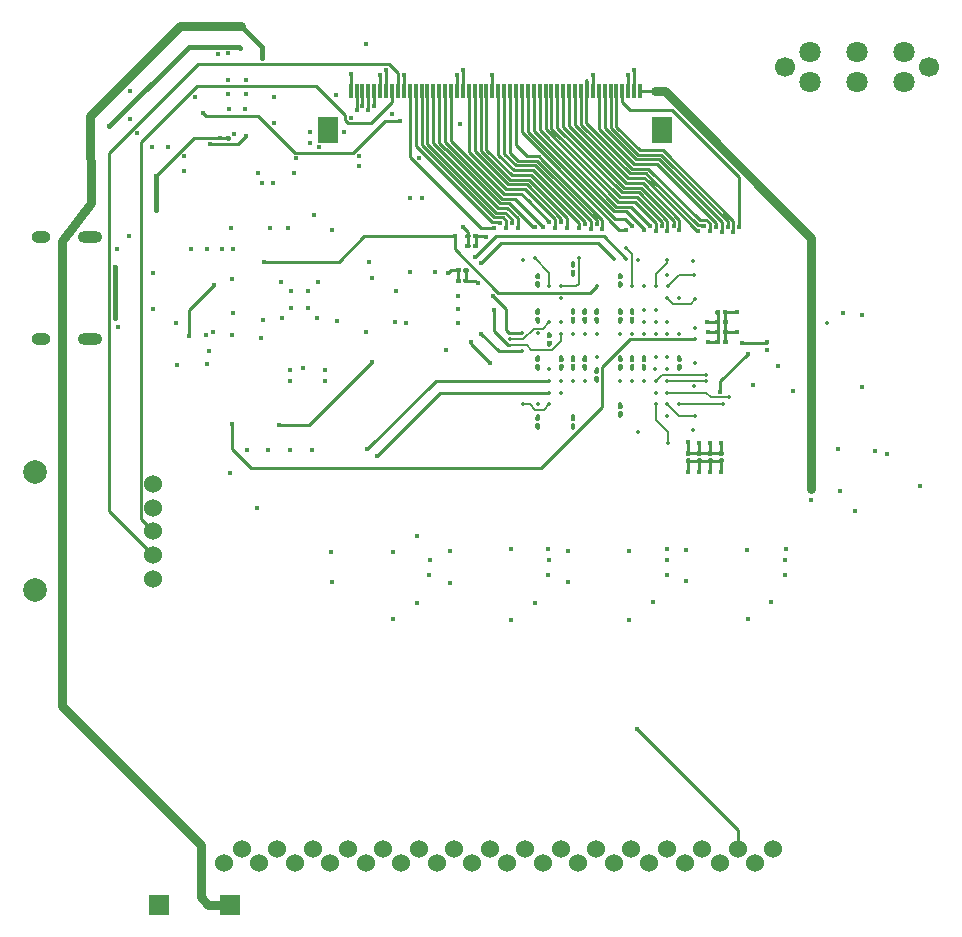
<source format=gbr>
%TF.GenerationSoftware,KiCad,Pcbnew,(5.1.10-1-10_14)*%
%TF.CreationDate,2021-07-06T18:46:16+02:00*%
%TF.ProjectId,gb-fpga,67622d66-7067-4612-9e6b-696361645f70,rev?*%
%TF.SameCoordinates,Original*%
%TF.FileFunction,Copper,L4,Bot*%
%TF.FilePolarity,Positive*%
%FSLAX46Y46*%
G04 Gerber Fmt 4.6, Leading zero omitted, Abs format (unit mm)*
G04 Created by KiCad (PCBNEW (5.1.10-1-10_14)) date 2021-07-06 18:46:16*
%MOMM*%
%LPD*%
G01*
G04 APERTURE LIST*
%TA.AperFunction,ComponentPad*%
%ADD10C,2.000000*%
%TD*%
%TA.AperFunction,ComponentPad*%
%ADD11C,1.524000*%
%TD*%
%TA.AperFunction,ComponentPad*%
%ADD12C,1.800000*%
%TD*%
%TA.AperFunction,ComponentPad*%
%ADD13C,1.700000*%
%TD*%
%TA.AperFunction,ComponentPad*%
%ADD14O,2.100000X1.000000*%
%TD*%
%TA.AperFunction,ComponentPad*%
%ADD15O,1.600000X1.000000*%
%TD*%
%TA.AperFunction,ComponentPad*%
%ADD16R,1.700000X1.700000*%
%TD*%
%TA.AperFunction,SMDPad,CuDef*%
%ADD17R,1.800000X2.200000*%
%TD*%
%TA.AperFunction,SMDPad,CuDef*%
%ADD18R,0.300000X1.300000*%
%TD*%
%TA.AperFunction,ViaPad*%
%ADD19C,0.450000*%
%TD*%
%TA.AperFunction,ViaPad*%
%ADD20C,0.350000*%
%TD*%
%TA.AperFunction,Conductor*%
%ADD21C,0.250000*%
%TD*%
%TA.AperFunction,Conductor*%
%ADD22C,0.150000*%
%TD*%
%TA.AperFunction,Conductor*%
%ADD23C,0.400000*%
%TD*%
%TA.AperFunction,Conductor*%
%ADD24C,0.800000*%
%TD*%
G04 APERTURE END LIST*
D10*
%TO.P,RV1,5*%
%TO.N,GND*%
X1500000Y39600000D03*
X1500000Y29600000D03*
D11*
%TO.P,RV1,1*%
%TO.N,Net-(C49-Pad1)*%
X11500000Y38600000D03*
%TO.P,RV1,2*%
%TO.N,Net-(C48-Pad1)*%
X11500000Y36600000D03*
%TO.P,RV1,3*%
%TO.N,Net-(J5-Pad43)*%
X11500000Y34600000D03*
%TO.P,RV1,4*%
%TO.N,Net-(J5-Pad42)*%
X11500000Y32600000D03*
%TO.P,RV1,5*%
%TO.N,GND*%
X11500000Y30600000D03*
%TD*%
D12*
%TO.P,SW1,3*%
%TO.N,VOUT*%
X75100000Y72650000D03*
X75100000Y75150000D03*
%TO.P,SW1,2*%
%TO.N,Net-(C11-Pad1)*%
X71100000Y72650000D03*
X71100000Y75150000D03*
%TO.P,SW1,1*%
%TO.N,Net-(SW1-Pad1)*%
X67100000Y72650000D03*
X67100000Y75150000D03*
D13*
%TO.P,SW1,4*%
%TO.N,GND*%
X77200000Y73900000D03*
X65000000Y73900000D03*
%TD*%
D11*
%TO.P,J2,32*%
%TO.N,GND*%
X64025000Y7700000D03*
%TO.P,J2,30*%
%TO.N,Net-(J2-Pad30)*%
X61025000Y7700000D03*
%TO.P,J2,28*%
%TO.N,Net-(J2-Pad28)*%
X58025000Y7700000D03*
%TO.P,J2,26*%
%TO.N,Net-(J2-Pad26)*%
X55025000Y7700000D03*
%TO.P,J2,24*%
%TO.N,Net-(J2-Pad24)*%
X52025000Y7700000D03*
%TO.P,J2,22*%
%TO.N,Net-(J2-Pad22)*%
X49025000Y7700000D03*
%TO.P,J2,20*%
%TO.N,Net-(J2-Pad20)*%
X46025000Y7700000D03*
%TO.P,J2,18*%
%TO.N,Net-(J2-Pad18)*%
X43025000Y7700000D03*
%TO.P,J2,16*%
%TO.N,Net-(J2-Pad16)*%
X40025000Y7700000D03*
%TO.P,J2,14*%
%TO.N,Net-(J2-Pad14)*%
X37025000Y7700000D03*
%TO.P,J2,12*%
%TO.N,Net-(J2-Pad12)*%
X34025000Y7700000D03*
%TO.P,J2,10*%
%TO.N,Net-(J2-Pad10)*%
X31025000Y7700000D03*
%TO.P,J2,8*%
%TO.N,Net-(J2-Pad8)*%
X28025000Y7700000D03*
%TO.P,J2,6*%
%TO.N,Net-(J2-Pad6)*%
X25025000Y7700000D03*
%TO.P,J2,4*%
%TO.N,Net-(J2-Pad4)*%
X22025000Y7700000D03*
%TO.P,J2,2*%
%TO.N,Net-(J2-Pad2)*%
X19025000Y7700000D03*
%TO.P,J2,31*%
%TO.N,Net-(J2-Pad31)*%
X62525000Y6500000D03*
%TO.P,J2,29*%
%TO.N,Net-(J2-Pad29)*%
X59525000Y6500000D03*
%TO.P,J2,27*%
%TO.N,Net-(J2-Pad27)*%
X56525000Y6500000D03*
%TO.P,J2,25*%
%TO.N,Net-(J2-Pad25)*%
X53525000Y6500000D03*
%TO.P,J2,23*%
%TO.N,Net-(J2-Pad23)*%
X50525000Y6500000D03*
%TO.P,J2,21*%
%TO.N,Net-(J2-Pad21)*%
X47525000Y6500000D03*
%TO.P,J2,19*%
%TO.N,Net-(J2-Pad19)*%
X44525000Y6500000D03*
%TO.P,J2,17*%
%TO.N,Net-(J2-Pad17)*%
X41525000Y6500000D03*
%TO.P,J2,15*%
%TO.N,Net-(J2-Pad15)*%
X38525000Y6500000D03*
%TO.P,J2,13*%
%TO.N,Net-(J2-Pad13)*%
X35525000Y6500000D03*
%TO.P,J2,11*%
%TO.N,Net-(J2-Pad11)*%
X32525000Y6500000D03*
%TO.P,J2,9*%
%TO.N,Net-(J2-Pad9)*%
X29525000Y6500000D03*
%TO.P,J2,7*%
%TO.N,Net-(J2-Pad7)*%
X26525000Y6500000D03*
%TO.P,J2,5*%
%TO.N,Net-(J2-Pad5)*%
X23525000Y6500000D03*
%TO.P,J2,3*%
%TO.N,Net-(J2-Pad3)*%
X20525000Y6500000D03*
%TO.P,J2,1*%
%TO.N,+5V*%
X17525000Y6500000D03*
%TD*%
D14*
%TO.P,J1,S1*%
%TO.N,GND*%
X6205000Y59520000D03*
X6205000Y50880000D03*
D15*
X2025000Y59520000D03*
X2025000Y50880000D03*
%TD*%
D16*
%TO.P,J3,1*%
%TO.N,Net-(J3-Pad1)*%
X18000000Y3000000D03*
%TD*%
%TO.P,J4,1*%
%TO.N,GND*%
X12000000Y3000000D03*
%TD*%
D17*
%TO.P,J5,MP*%
%TO.N,N/C*%
X26350000Y68600000D03*
X54650000Y68600000D03*
D18*
%TO.P,J5,1*%
%TO.N,+5V*%
X52750000Y71850000D03*
%TO.P,J5,2*%
%TO.N,GND*%
X52250000Y71850000D03*
%TO.P,J5,3*%
X51750000Y71850000D03*
%TO.P,J5,4*%
%TO.N,DISP_SDO*%
X51250000Y71850000D03*
%TO.P,J5,5*%
%TO.N,DISP_SDI*%
X50750000Y71850000D03*
%TO.P,J5,6*%
%TO.N,DISP_SCLK*%
X50250000Y71850000D03*
%TO.P,J5,7*%
%TO.N,DISP_CS*%
X49750000Y71850000D03*
%TO.P,J5,8*%
%TO.N,DISP_RST*%
X49250000Y71850000D03*
%TO.P,J5,9*%
%TO.N,GND*%
X48750000Y71850000D03*
%TO.P,J5,10*%
%TO.N,DISP_B0*%
X48250000Y71850000D03*
%TO.P,J5,11*%
%TO.N,DISP_B1*%
X47750000Y71850000D03*
%TO.P,J5,12*%
%TO.N,DISP_B2*%
X47250000Y71850000D03*
%TO.P,J5,13*%
%TO.N,DISP_B3*%
X46750000Y71850000D03*
%TO.P,J5,14*%
%TO.N,DISP_B4*%
X46250000Y71850000D03*
%TO.P,J5,15*%
%TO.N,DISP_G0*%
X45750000Y71850000D03*
%TO.P,J5,16*%
%TO.N,DISP_G1*%
X45250000Y71850000D03*
%TO.P,J5,17*%
%TO.N,DISP_G2*%
X44750000Y71850000D03*
%TO.P,J5,18*%
%TO.N,DISP_G3*%
X44250000Y71850000D03*
%TO.P,J5,19*%
%TO.N,DISP_G4*%
X43750000Y71850000D03*
%TO.P,J5,20*%
%TO.N,DISP_G5*%
X43250000Y71850000D03*
%TO.P,J5,21*%
%TO.N,DISP_R0*%
X42750000Y71850000D03*
%TO.P,J5,22*%
%TO.N,DISP_R1*%
X42250000Y71850000D03*
%TO.P,J5,23*%
%TO.N,DISP_R2*%
X41750000Y71850000D03*
%TO.P,J5,24*%
%TO.N,DISP_R3*%
X41250000Y71850000D03*
%TO.P,J5,25*%
%TO.N,DISP_R4*%
X40750000Y71850000D03*
%TO.P,J5,26*%
%TO.N,GND*%
X40250000Y71850000D03*
%TO.P,J5,27*%
%TO.N,DISP_DE*%
X39750000Y71850000D03*
%TO.P,J5,28*%
%TO.N,DISP_PCLK*%
X39250000Y71850000D03*
%TO.P,J5,29*%
%TO.N,DISP_HS*%
X38750000Y71850000D03*
%TO.P,J5,30*%
%TO.N,DISP_VS*%
X38250000Y71850000D03*
%TO.P,J5,31*%
%TO.N,GND*%
X37750000Y71850000D03*
%TO.P,J5,32*%
X37250000Y71850000D03*
%TO.P,J5,33*%
%TO.N,JOY_B*%
X36750000Y71850000D03*
%TO.P,J5,34*%
%TO.N,JOY_A*%
X36250000Y71850000D03*
%TO.P,J5,35*%
%TO.N,JOY_START*%
X35750000Y71850000D03*
%TO.P,J5,36*%
%TO.N,JOY_SELECT*%
X35250000Y71850000D03*
%TO.P,J5,37*%
%TO.N,JOY_RIGHT*%
X34750000Y71850000D03*
%TO.P,J5,38*%
%TO.N,JOY_UP*%
X34250000Y71850000D03*
%TO.P,J5,39*%
%TO.N,JOY_DOWN*%
X33750000Y71850000D03*
%TO.P,J5,40*%
%TO.N,JOY_LEFT*%
X33250000Y71850000D03*
%TO.P,J5,41*%
%TO.N,GND*%
X32750000Y71850000D03*
%TO.P,J5,42*%
%TO.N,Net-(J5-Pad42)*%
X32250000Y71850000D03*
%TO.P,J5,43*%
%TO.N,Net-(J5-Pad43)*%
X31750000Y71850000D03*
%TO.P,J5,44*%
%TO.N,GND*%
X31250000Y71850000D03*
%TO.P,J5,45*%
X30750000Y71850000D03*
%TO.P,J5,46*%
%TO.N,VOUT*%
X30250000Y71850000D03*
%TO.P,J5,47*%
X29750000Y71850000D03*
%TO.P,J5,48*%
X29250000Y71850000D03*
%TO.P,J5,49*%
X28750000Y71850000D03*
%TO.P,J5,50*%
%TO.N,+3V3*%
X28250000Y71850000D03*
%TD*%
%TO.P,C14,1*%
%TO.N,+1V8*%
%TA.AperFunction,SMDPad,CuDef*%
G36*
G01*
X51975000Y49400000D02*
X52175000Y49400000D01*
G75*
G02*
X52275000Y49300000I0J-100000D01*
G01*
X52275000Y49040000D01*
G75*
G02*
X52175000Y48940000I-100000J0D01*
G01*
X51975000Y48940000D01*
G75*
G02*
X51875000Y49040000I0J100000D01*
G01*
X51875000Y49300000D01*
G75*
G02*
X51975000Y49400000I100000J0D01*
G01*
G37*
%TD.AperFunction*%
%TO.P,C14,2*%
%TO.N,GND*%
%TA.AperFunction,SMDPad,CuDef*%
G36*
G01*
X51975000Y48760000D02*
X52175000Y48760000D01*
G75*
G02*
X52275000Y48660000I0J-100000D01*
G01*
X52275000Y48400000D01*
G75*
G02*
X52175000Y48300000I-100000J0D01*
G01*
X51975000Y48300000D01*
G75*
G02*
X51875000Y48400000I0J100000D01*
G01*
X51875000Y48660000D01*
G75*
G02*
X51975000Y48760000I100000J0D01*
G01*
G37*
%TD.AperFunction*%
%TD*%
%TO.P,C15,2*%
%TO.N,GND*%
%TA.AperFunction,SMDPad,CuDef*%
G36*
G01*
X46175000Y48940000D02*
X45975000Y48940000D01*
G75*
G02*
X45875000Y49040000I0J100000D01*
G01*
X45875000Y49300000D01*
G75*
G02*
X45975000Y49400000I100000J0D01*
G01*
X46175000Y49400000D01*
G75*
G02*
X46275000Y49300000I0J-100000D01*
G01*
X46275000Y49040000D01*
G75*
G02*
X46175000Y48940000I-100000J0D01*
G01*
G37*
%TD.AperFunction*%
%TO.P,C15,1*%
%TO.N,+1V8*%
%TA.AperFunction,SMDPad,CuDef*%
G36*
G01*
X46175000Y48300000D02*
X45975000Y48300000D01*
G75*
G02*
X45875000Y48400000I0J100000D01*
G01*
X45875000Y48660000D01*
G75*
G02*
X45975000Y48760000I100000J0D01*
G01*
X46175000Y48760000D01*
G75*
G02*
X46275000Y48660000I0J-100000D01*
G01*
X46275000Y48400000D01*
G75*
G02*
X46175000Y48300000I-100000J0D01*
G01*
G37*
%TD.AperFunction*%
%TD*%
%TO.P,C16,1*%
%TO.N,+1V8*%
%TA.AperFunction,SMDPad,CuDef*%
G36*
G01*
X49175000Y47275000D02*
X48975000Y47275000D01*
G75*
G02*
X48875000Y47375000I0J100000D01*
G01*
X48875000Y47635000D01*
G75*
G02*
X48975000Y47735000I100000J0D01*
G01*
X49175000Y47735000D01*
G75*
G02*
X49275000Y47635000I0J-100000D01*
G01*
X49275000Y47375000D01*
G75*
G02*
X49175000Y47275000I-100000J0D01*
G01*
G37*
%TD.AperFunction*%
%TO.P,C16,2*%
%TO.N,GND*%
%TA.AperFunction,SMDPad,CuDef*%
G36*
G01*
X49175000Y47915000D02*
X48975000Y47915000D01*
G75*
G02*
X48875000Y48015000I0J100000D01*
G01*
X48875000Y48275000D01*
G75*
G02*
X48975000Y48375000I100000J0D01*
G01*
X49175000Y48375000D01*
G75*
G02*
X49275000Y48275000I0J-100000D01*
G01*
X49275000Y48015000D01*
G75*
G02*
X49175000Y47915000I-100000J0D01*
G01*
G37*
%TD.AperFunction*%
%TD*%
%TO.P,C17,2*%
%TO.N,GND*%
%TA.AperFunction,SMDPad,CuDef*%
G36*
G01*
X55975000Y48760000D02*
X56175000Y48760000D01*
G75*
G02*
X56275000Y48660000I0J-100000D01*
G01*
X56275000Y48400000D01*
G75*
G02*
X56175000Y48300000I-100000J0D01*
G01*
X55975000Y48300000D01*
G75*
G02*
X55875000Y48400000I0J100000D01*
G01*
X55875000Y48660000D01*
G75*
G02*
X55975000Y48760000I100000J0D01*
G01*
G37*
%TD.AperFunction*%
%TO.P,C17,1*%
%TO.N,+1V8*%
%TA.AperFunction,SMDPad,CuDef*%
G36*
G01*
X55975000Y49400000D02*
X56175000Y49400000D01*
G75*
G02*
X56275000Y49300000I0J-100000D01*
G01*
X56275000Y49040000D01*
G75*
G02*
X56175000Y48940000I-100000J0D01*
G01*
X55975000Y48940000D01*
G75*
G02*
X55875000Y49040000I0J100000D01*
G01*
X55875000Y49300000D01*
G75*
G02*
X55975000Y49400000I100000J0D01*
G01*
G37*
%TD.AperFunction*%
%TD*%
%TO.P,C18,2*%
%TO.N,GND*%
%TA.AperFunction,SMDPad,CuDef*%
G36*
G01*
X47175000Y52940000D02*
X46975000Y52940000D01*
G75*
G02*
X46875000Y53040000I0J100000D01*
G01*
X46875000Y53300000D01*
G75*
G02*
X46975000Y53400000I100000J0D01*
G01*
X47175000Y53400000D01*
G75*
G02*
X47275000Y53300000I0J-100000D01*
G01*
X47275000Y53040000D01*
G75*
G02*
X47175000Y52940000I-100000J0D01*
G01*
G37*
%TD.AperFunction*%
%TO.P,C18,1*%
%TO.N,+1V0*%
%TA.AperFunction,SMDPad,CuDef*%
G36*
G01*
X47175000Y52300000D02*
X46975000Y52300000D01*
G75*
G02*
X46875000Y52400000I0J100000D01*
G01*
X46875000Y52660000D01*
G75*
G02*
X46975000Y52760000I100000J0D01*
G01*
X47175000Y52760000D01*
G75*
G02*
X47275000Y52660000I0J-100000D01*
G01*
X47275000Y52400000D01*
G75*
G02*
X47175000Y52300000I-100000J0D01*
G01*
G37*
%TD.AperFunction*%
%TD*%
%TO.P,C19,1*%
%TO.N,+1V0*%
%TA.AperFunction,SMDPad,CuDef*%
G36*
G01*
X49175000Y52300000D02*
X48975000Y52300000D01*
G75*
G02*
X48875000Y52400000I0J100000D01*
G01*
X48875000Y52660000D01*
G75*
G02*
X48975000Y52760000I100000J0D01*
G01*
X49175000Y52760000D01*
G75*
G02*
X49275000Y52660000I0J-100000D01*
G01*
X49275000Y52400000D01*
G75*
G02*
X49175000Y52300000I-100000J0D01*
G01*
G37*
%TD.AperFunction*%
%TO.P,C19,2*%
%TO.N,GND*%
%TA.AperFunction,SMDPad,CuDef*%
G36*
G01*
X49175000Y52940000D02*
X48975000Y52940000D01*
G75*
G02*
X48875000Y53040000I0J100000D01*
G01*
X48875000Y53300000D01*
G75*
G02*
X48975000Y53400000I100000J0D01*
G01*
X49175000Y53400000D01*
G75*
G02*
X49275000Y53300000I0J-100000D01*
G01*
X49275000Y53040000D01*
G75*
G02*
X49175000Y52940000I-100000J0D01*
G01*
G37*
%TD.AperFunction*%
%TD*%
%TO.P,C20,2*%
%TO.N,GND*%
%TA.AperFunction,SMDPad,CuDef*%
G36*
G01*
X50975000Y52755000D02*
X51175000Y52755000D01*
G75*
G02*
X51275000Y52655000I0J-100000D01*
G01*
X51275000Y52395000D01*
G75*
G02*
X51175000Y52295000I-100000J0D01*
G01*
X50975000Y52295000D01*
G75*
G02*
X50875000Y52395000I0J100000D01*
G01*
X50875000Y52655000D01*
G75*
G02*
X50975000Y52755000I100000J0D01*
G01*
G37*
%TD.AperFunction*%
%TO.P,C20,1*%
%TO.N,+1V0*%
%TA.AperFunction,SMDPad,CuDef*%
G36*
G01*
X50975000Y53395000D02*
X51175000Y53395000D01*
G75*
G02*
X51275000Y53295000I0J-100000D01*
G01*
X51275000Y53035000D01*
G75*
G02*
X51175000Y52935000I-100000J0D01*
G01*
X50975000Y52935000D01*
G75*
G02*
X50875000Y53035000I0J100000D01*
G01*
X50875000Y53295000D01*
G75*
G02*
X50975000Y53395000I100000J0D01*
G01*
G37*
%TD.AperFunction*%
%TD*%
%TO.P,C21,1*%
%TO.N,+1V0*%
%TA.AperFunction,SMDPad,CuDef*%
G36*
G01*
X48175000Y48300000D02*
X47975000Y48300000D01*
G75*
G02*
X47875000Y48400000I0J100000D01*
G01*
X47875000Y48660000D01*
G75*
G02*
X47975000Y48760000I100000J0D01*
G01*
X48175000Y48760000D01*
G75*
G02*
X48275000Y48660000I0J-100000D01*
G01*
X48275000Y48400000D01*
G75*
G02*
X48175000Y48300000I-100000J0D01*
G01*
G37*
%TD.AperFunction*%
%TO.P,C21,2*%
%TO.N,GND*%
%TA.AperFunction,SMDPad,CuDef*%
G36*
G01*
X48175000Y48940000D02*
X47975000Y48940000D01*
G75*
G02*
X47875000Y49040000I0J100000D01*
G01*
X47875000Y49300000D01*
G75*
G02*
X47975000Y49400000I100000J0D01*
G01*
X48175000Y49400000D01*
G75*
G02*
X48275000Y49300000I0J-100000D01*
G01*
X48275000Y49040000D01*
G75*
G02*
X48175000Y48940000I-100000J0D01*
G01*
G37*
%TD.AperFunction*%
%TD*%
%TO.P,C22,2*%
%TO.N,GND*%
%TA.AperFunction,SMDPad,CuDef*%
G36*
G01*
X47975000Y52760000D02*
X48175000Y52760000D01*
G75*
G02*
X48275000Y52660000I0J-100000D01*
G01*
X48275000Y52400000D01*
G75*
G02*
X48175000Y52300000I-100000J0D01*
G01*
X47975000Y52300000D01*
G75*
G02*
X47875000Y52400000I0J100000D01*
G01*
X47875000Y52660000D01*
G75*
G02*
X47975000Y52760000I100000J0D01*
G01*
G37*
%TD.AperFunction*%
%TO.P,C22,1*%
%TO.N,+1V0*%
%TA.AperFunction,SMDPad,CuDef*%
G36*
G01*
X47975000Y53400000D02*
X48175000Y53400000D01*
G75*
G02*
X48275000Y53300000I0J-100000D01*
G01*
X48275000Y53040000D01*
G75*
G02*
X48175000Y52940000I-100000J0D01*
G01*
X47975000Y52940000D01*
G75*
G02*
X47875000Y53040000I0J100000D01*
G01*
X47875000Y53300000D01*
G75*
G02*
X47975000Y53400000I100000J0D01*
G01*
G37*
%TD.AperFunction*%
%TD*%
%TO.P,C23,1*%
%TO.N,+1V0*%
%TA.AperFunction,SMDPad,CuDef*%
G36*
G01*
X51175000Y48300000D02*
X50975000Y48300000D01*
G75*
G02*
X50875000Y48400000I0J100000D01*
G01*
X50875000Y48660000D01*
G75*
G02*
X50975000Y48760000I100000J0D01*
G01*
X51175000Y48760000D01*
G75*
G02*
X51275000Y48660000I0J-100000D01*
G01*
X51275000Y48400000D01*
G75*
G02*
X51175000Y48300000I-100000J0D01*
G01*
G37*
%TD.AperFunction*%
%TO.P,C23,2*%
%TO.N,GND*%
%TA.AperFunction,SMDPad,CuDef*%
G36*
G01*
X51175000Y48940000D02*
X50975000Y48940000D01*
G75*
G02*
X50875000Y49040000I0J100000D01*
G01*
X50875000Y49300000D01*
G75*
G02*
X50975000Y49400000I100000J0D01*
G01*
X51175000Y49400000D01*
G75*
G02*
X51275000Y49300000I0J-100000D01*
G01*
X51275000Y49040000D01*
G75*
G02*
X51175000Y48940000I-100000J0D01*
G01*
G37*
%TD.AperFunction*%
%TD*%
%TO.P,C24,2*%
%TO.N,GND*%
%TA.AperFunction,SMDPad,CuDef*%
G36*
G01*
X52175000Y52940000D02*
X51975000Y52940000D01*
G75*
G02*
X51875000Y53040000I0J100000D01*
G01*
X51875000Y53300000D01*
G75*
G02*
X51975000Y53400000I100000J0D01*
G01*
X52175000Y53400000D01*
G75*
G02*
X52275000Y53300000I0J-100000D01*
G01*
X52275000Y53040000D01*
G75*
G02*
X52175000Y52940000I-100000J0D01*
G01*
G37*
%TD.AperFunction*%
%TO.P,C24,1*%
%TO.N,+1V0*%
%TA.AperFunction,SMDPad,CuDef*%
G36*
G01*
X52175000Y52300000D02*
X51975000Y52300000D01*
G75*
G02*
X51875000Y52400000I0J100000D01*
G01*
X51875000Y52660000D01*
G75*
G02*
X51975000Y52760000I100000J0D01*
G01*
X52175000Y52760000D01*
G75*
G02*
X52275000Y52660000I0J-100000D01*
G01*
X52275000Y52400000D01*
G75*
G02*
X52175000Y52300000I-100000J0D01*
G01*
G37*
%TD.AperFunction*%
%TD*%
%TO.P,C25,2*%
%TO.N,GND*%
%TA.AperFunction,SMDPad,CuDef*%
G36*
G01*
X46975000Y48760000D02*
X47175000Y48760000D01*
G75*
G02*
X47275000Y48660000I0J-100000D01*
G01*
X47275000Y48400000D01*
G75*
G02*
X47175000Y48300000I-100000J0D01*
G01*
X46975000Y48300000D01*
G75*
G02*
X46875000Y48400000I0J100000D01*
G01*
X46875000Y48660000D01*
G75*
G02*
X46975000Y48760000I100000J0D01*
G01*
G37*
%TD.AperFunction*%
%TO.P,C25,1*%
%TO.N,+1V0*%
%TA.AperFunction,SMDPad,CuDef*%
G36*
G01*
X46975000Y49400000D02*
X47175000Y49400000D01*
G75*
G02*
X47275000Y49300000I0J-100000D01*
G01*
X47275000Y49040000D01*
G75*
G02*
X47175000Y48940000I-100000J0D01*
G01*
X46975000Y48940000D01*
G75*
G02*
X46875000Y49040000I0J100000D01*
G01*
X46875000Y49300000D01*
G75*
G02*
X46975000Y49400000I100000J0D01*
G01*
G37*
%TD.AperFunction*%
%TD*%
%TO.P,C26,1*%
%TO.N,+1V0*%
%TA.AperFunction,SMDPad,CuDef*%
G36*
G01*
X53175000Y48305000D02*
X52975000Y48305000D01*
G75*
G02*
X52875000Y48405000I0J100000D01*
G01*
X52875000Y48665000D01*
G75*
G02*
X52975000Y48765000I100000J0D01*
G01*
X53175000Y48765000D01*
G75*
G02*
X53275000Y48665000I0J-100000D01*
G01*
X53275000Y48405000D01*
G75*
G02*
X53175000Y48305000I-100000J0D01*
G01*
G37*
%TD.AperFunction*%
%TO.P,C26,2*%
%TO.N,GND*%
%TA.AperFunction,SMDPad,CuDef*%
G36*
G01*
X53175000Y48945000D02*
X52975000Y48945000D01*
G75*
G02*
X52875000Y49045000I0J100000D01*
G01*
X52875000Y49305000D01*
G75*
G02*
X52975000Y49405000I100000J0D01*
G01*
X53175000Y49405000D01*
G75*
G02*
X53275000Y49305000I0J-100000D01*
G01*
X53275000Y49045000D01*
G75*
G02*
X53175000Y48945000I-100000J0D01*
G01*
G37*
%TD.AperFunction*%
%TD*%
%TO.P,C27,1*%
%TO.N,+3V3*%
%TA.AperFunction,SMDPad,CuDef*%
G36*
G01*
X39050000Y59700000D02*
X39050000Y59500000D01*
G75*
G02*
X38950000Y59400000I-100000J0D01*
G01*
X38690000Y59400000D01*
G75*
G02*
X38590000Y59500000I0J100000D01*
G01*
X38590000Y59700000D01*
G75*
G02*
X38690000Y59800000I100000J0D01*
G01*
X38950000Y59800000D01*
G75*
G02*
X39050000Y59700000I0J-100000D01*
G01*
G37*
%TD.AperFunction*%
%TO.P,C27,2*%
%TO.N,GND*%
%TA.AperFunction,SMDPad,CuDef*%
G36*
G01*
X38410000Y59700000D02*
X38410000Y59500000D01*
G75*
G02*
X38310000Y59400000I-100000J0D01*
G01*
X38050000Y59400000D01*
G75*
G02*
X37950000Y59500000I0J100000D01*
G01*
X37950000Y59700000D01*
G75*
G02*
X38050000Y59800000I100000J0D01*
G01*
X38310000Y59800000D01*
G75*
G02*
X38410000Y59700000I0J-100000D01*
G01*
G37*
%TD.AperFunction*%
%TD*%
%TO.P,C28,2*%
%TO.N,GND*%
%TA.AperFunction,SMDPad,CuDef*%
G36*
G01*
X59740000Y52220000D02*
X59740000Y52420000D01*
G75*
G02*
X59840000Y52520000I100000J0D01*
G01*
X60100000Y52520000D01*
G75*
G02*
X60200000Y52420000I0J-100000D01*
G01*
X60200000Y52220000D01*
G75*
G02*
X60100000Y52120000I-100000J0D01*
G01*
X59840000Y52120000D01*
G75*
G02*
X59740000Y52220000I0J100000D01*
G01*
G37*
%TD.AperFunction*%
%TO.P,C28,1*%
%TO.N,+3V3*%
%TA.AperFunction,SMDPad,CuDef*%
G36*
G01*
X59100000Y52220000D02*
X59100000Y52420000D01*
G75*
G02*
X59200000Y52520000I100000J0D01*
G01*
X59460000Y52520000D01*
G75*
G02*
X59560000Y52420000I0J-100000D01*
G01*
X59560000Y52220000D01*
G75*
G02*
X59460000Y52120000I-100000J0D01*
G01*
X59200000Y52120000D01*
G75*
G02*
X59100000Y52220000I0J100000D01*
G01*
G37*
%TD.AperFunction*%
%TD*%
%TO.P,C29,2*%
%TO.N,GND*%
%TA.AperFunction,SMDPad,CuDef*%
G36*
G01*
X57660000Y40800000D02*
X57860000Y40800000D01*
G75*
G02*
X57960000Y40700000I0J-100000D01*
G01*
X57960000Y40440000D01*
G75*
G02*
X57860000Y40340000I-100000J0D01*
G01*
X57660000Y40340000D01*
G75*
G02*
X57560000Y40440000I0J100000D01*
G01*
X57560000Y40700000D01*
G75*
G02*
X57660000Y40800000I100000J0D01*
G01*
G37*
%TD.AperFunction*%
%TO.P,C29,1*%
%TO.N,+3V3*%
%TA.AperFunction,SMDPad,CuDef*%
G36*
G01*
X57660000Y41440000D02*
X57860000Y41440000D01*
G75*
G02*
X57960000Y41340000I0J-100000D01*
G01*
X57960000Y41080000D01*
G75*
G02*
X57860000Y40980000I-100000J0D01*
G01*
X57660000Y40980000D01*
G75*
G02*
X57560000Y41080000I0J100000D01*
G01*
X57560000Y41340000D01*
G75*
G02*
X57660000Y41440000I100000J0D01*
G01*
G37*
%TD.AperFunction*%
%TD*%
%TO.P,C30,1*%
%TO.N,+3V3*%
%TA.AperFunction,SMDPad,CuDef*%
G36*
G01*
X43975000Y44400000D02*
X44175000Y44400000D01*
G75*
G02*
X44275000Y44300000I0J-100000D01*
G01*
X44275000Y44040000D01*
G75*
G02*
X44175000Y43940000I-100000J0D01*
G01*
X43975000Y43940000D01*
G75*
G02*
X43875000Y44040000I0J100000D01*
G01*
X43875000Y44300000D01*
G75*
G02*
X43975000Y44400000I100000J0D01*
G01*
G37*
%TD.AperFunction*%
%TO.P,C30,2*%
%TO.N,GND*%
%TA.AperFunction,SMDPad,CuDef*%
G36*
G01*
X43975000Y43760000D02*
X44175000Y43760000D01*
G75*
G02*
X44275000Y43660000I0J-100000D01*
G01*
X44275000Y43400000D01*
G75*
G02*
X44175000Y43300000I-100000J0D01*
G01*
X43975000Y43300000D01*
G75*
G02*
X43875000Y43400000I0J100000D01*
G01*
X43875000Y43660000D01*
G75*
G02*
X43975000Y43760000I100000J0D01*
G01*
G37*
%TD.AperFunction*%
%TD*%
%TO.P,C31,1*%
%TO.N,+3V3*%
%TA.AperFunction,SMDPad,CuDef*%
G36*
G01*
X44975000Y51400000D02*
X45175000Y51400000D01*
G75*
G02*
X45275000Y51300000I0J-100000D01*
G01*
X45275000Y51040000D01*
G75*
G02*
X45175000Y50940000I-100000J0D01*
G01*
X44975000Y50940000D01*
G75*
G02*
X44875000Y51040000I0J100000D01*
G01*
X44875000Y51300000D01*
G75*
G02*
X44975000Y51400000I100000J0D01*
G01*
G37*
%TD.AperFunction*%
%TO.P,C31,2*%
%TO.N,GND*%
%TA.AperFunction,SMDPad,CuDef*%
G36*
G01*
X44975000Y50760000D02*
X45175000Y50760000D01*
G75*
G02*
X45275000Y50660000I0J-100000D01*
G01*
X45275000Y50400000D01*
G75*
G02*
X45175000Y50300000I-100000J0D01*
G01*
X44975000Y50300000D01*
G75*
G02*
X44875000Y50400000I0J100000D01*
G01*
X44875000Y50660000D01*
G75*
G02*
X44975000Y50760000I100000J0D01*
G01*
G37*
%TD.AperFunction*%
%TD*%
%TO.P,C32,2*%
%TO.N,GND*%
%TA.AperFunction,SMDPad,CuDef*%
G36*
G01*
X43975000Y48760000D02*
X44175000Y48760000D01*
G75*
G02*
X44275000Y48660000I0J-100000D01*
G01*
X44275000Y48400000D01*
G75*
G02*
X44175000Y48300000I-100000J0D01*
G01*
X43975000Y48300000D01*
G75*
G02*
X43875000Y48400000I0J100000D01*
G01*
X43875000Y48660000D01*
G75*
G02*
X43975000Y48760000I100000J0D01*
G01*
G37*
%TD.AperFunction*%
%TO.P,C32,1*%
%TO.N,+3V3*%
%TA.AperFunction,SMDPad,CuDef*%
G36*
G01*
X43975000Y49400000D02*
X44175000Y49400000D01*
G75*
G02*
X44275000Y49300000I0J-100000D01*
G01*
X44275000Y49040000D01*
G75*
G02*
X44175000Y48940000I-100000J0D01*
G01*
X43975000Y48940000D01*
G75*
G02*
X43875000Y49040000I0J100000D01*
G01*
X43875000Y49300000D01*
G75*
G02*
X43975000Y49400000I100000J0D01*
G01*
G37*
%TD.AperFunction*%
%TD*%
%TO.P,C33,1*%
%TO.N,+3V3*%
%TA.AperFunction,SMDPad,CuDef*%
G36*
G01*
X51175000Y44300000D02*
X50975000Y44300000D01*
G75*
G02*
X50875000Y44400000I0J100000D01*
G01*
X50875000Y44660000D01*
G75*
G02*
X50975000Y44760000I100000J0D01*
G01*
X51175000Y44760000D01*
G75*
G02*
X51275000Y44660000I0J-100000D01*
G01*
X51275000Y44400000D01*
G75*
G02*
X51175000Y44300000I-100000J0D01*
G01*
G37*
%TD.AperFunction*%
%TO.P,C33,2*%
%TO.N,GND*%
%TA.AperFunction,SMDPad,CuDef*%
G36*
G01*
X51175000Y44940000D02*
X50975000Y44940000D01*
G75*
G02*
X50875000Y45040000I0J100000D01*
G01*
X50875000Y45300000D01*
G75*
G02*
X50975000Y45400000I100000J0D01*
G01*
X51175000Y45400000D01*
G75*
G02*
X51275000Y45300000I0J-100000D01*
G01*
X51275000Y45040000D01*
G75*
G02*
X51175000Y44940000I-100000J0D01*
G01*
G37*
%TD.AperFunction*%
%TD*%
%TO.P,C34,2*%
%TO.N,GND*%
%TA.AperFunction,SMDPad,CuDef*%
G36*
G01*
X56720000Y40800000D02*
X56920000Y40800000D01*
G75*
G02*
X57020000Y40700000I0J-100000D01*
G01*
X57020000Y40440000D01*
G75*
G02*
X56920000Y40340000I-100000J0D01*
G01*
X56720000Y40340000D01*
G75*
G02*
X56620000Y40440000I0J100000D01*
G01*
X56620000Y40700000D01*
G75*
G02*
X56720000Y40800000I100000J0D01*
G01*
G37*
%TD.AperFunction*%
%TO.P,C34,1*%
%TO.N,+3V3*%
%TA.AperFunction,SMDPad,CuDef*%
G36*
G01*
X56720000Y41440000D02*
X56920000Y41440000D01*
G75*
G02*
X57020000Y41340000I0J-100000D01*
G01*
X57020000Y41080000D01*
G75*
G02*
X56920000Y40980000I-100000J0D01*
G01*
X56720000Y40980000D01*
G75*
G02*
X56620000Y41080000I0J100000D01*
G01*
X56620000Y41340000D01*
G75*
G02*
X56720000Y41440000I100000J0D01*
G01*
G37*
%TD.AperFunction*%
%TD*%
%TO.P,C35,1*%
%TO.N,+3V3*%
%TA.AperFunction,SMDPad,CuDef*%
G36*
G01*
X58590000Y41440000D02*
X58790000Y41440000D01*
G75*
G02*
X58890000Y41340000I0J-100000D01*
G01*
X58890000Y41080000D01*
G75*
G02*
X58790000Y40980000I-100000J0D01*
G01*
X58590000Y40980000D01*
G75*
G02*
X58490000Y41080000I0J100000D01*
G01*
X58490000Y41340000D01*
G75*
G02*
X58590000Y41440000I100000J0D01*
G01*
G37*
%TD.AperFunction*%
%TO.P,C35,2*%
%TO.N,GND*%
%TA.AperFunction,SMDPad,CuDef*%
G36*
G01*
X58590000Y40800000D02*
X58790000Y40800000D01*
G75*
G02*
X58890000Y40700000I0J-100000D01*
G01*
X58890000Y40440000D01*
G75*
G02*
X58790000Y40340000I-100000J0D01*
G01*
X58590000Y40340000D01*
G75*
G02*
X58490000Y40440000I0J100000D01*
G01*
X58490000Y40700000D01*
G75*
G02*
X58590000Y40800000I100000J0D01*
G01*
G37*
%TD.AperFunction*%
%TD*%
%TO.P,C36,1*%
%TO.N,+3V3*%
%TA.AperFunction,SMDPad,CuDef*%
G36*
G01*
X59100000Y51380000D02*
X59100000Y51580000D01*
G75*
G02*
X59200000Y51680000I100000J0D01*
G01*
X59460000Y51680000D01*
G75*
G02*
X59560000Y51580000I0J-100000D01*
G01*
X59560000Y51380000D01*
G75*
G02*
X59460000Y51280000I-100000J0D01*
G01*
X59200000Y51280000D01*
G75*
G02*
X59100000Y51380000I0J100000D01*
G01*
G37*
%TD.AperFunction*%
%TO.P,C36,2*%
%TO.N,GND*%
%TA.AperFunction,SMDPad,CuDef*%
G36*
G01*
X59740000Y51380000D02*
X59740000Y51580000D01*
G75*
G02*
X59840000Y51680000I100000J0D01*
G01*
X60100000Y51680000D01*
G75*
G02*
X60200000Y51580000I0J-100000D01*
G01*
X60200000Y51380000D01*
G75*
G02*
X60100000Y51280000I-100000J0D01*
G01*
X59840000Y51280000D01*
G75*
G02*
X59740000Y51380000I0J100000D01*
G01*
G37*
%TD.AperFunction*%
%TD*%
%TO.P,C37,2*%
%TO.N,GND*%
%TA.AperFunction,SMDPad,CuDef*%
G36*
G01*
X44175000Y52940000D02*
X43975000Y52940000D01*
G75*
G02*
X43875000Y53040000I0J100000D01*
G01*
X43875000Y53300000D01*
G75*
G02*
X43975000Y53400000I100000J0D01*
G01*
X44175000Y53400000D01*
G75*
G02*
X44275000Y53300000I0J-100000D01*
G01*
X44275000Y53040000D01*
G75*
G02*
X44175000Y52940000I-100000J0D01*
G01*
G37*
%TD.AperFunction*%
%TO.P,C37,1*%
%TO.N,+3V3*%
%TA.AperFunction,SMDPad,CuDef*%
G36*
G01*
X44175000Y52300000D02*
X43975000Y52300000D01*
G75*
G02*
X43875000Y52400000I0J100000D01*
G01*
X43875000Y52660000D01*
G75*
G02*
X43975000Y52760000I100000J0D01*
G01*
X44175000Y52760000D01*
G75*
G02*
X44275000Y52660000I0J-100000D01*
G01*
X44275000Y52400000D01*
G75*
G02*
X44175000Y52300000I-100000J0D01*
G01*
G37*
%TD.AperFunction*%
%TD*%
%TO.P,C38,2*%
%TO.N,GND*%
%TA.AperFunction,SMDPad,CuDef*%
G36*
G01*
X43975000Y55760000D02*
X44175000Y55760000D01*
G75*
G02*
X44275000Y55660000I0J-100000D01*
G01*
X44275000Y55400000D01*
G75*
G02*
X44175000Y55300000I-100000J0D01*
G01*
X43975000Y55300000D01*
G75*
G02*
X43875000Y55400000I0J100000D01*
G01*
X43875000Y55660000D01*
G75*
G02*
X43975000Y55760000I100000J0D01*
G01*
G37*
%TD.AperFunction*%
%TO.P,C38,1*%
%TO.N,+3V3*%
%TA.AperFunction,SMDPad,CuDef*%
G36*
G01*
X43975000Y56400000D02*
X44175000Y56400000D01*
G75*
G02*
X44275000Y56300000I0J-100000D01*
G01*
X44275000Y56040000D01*
G75*
G02*
X44175000Y55940000I-100000J0D01*
G01*
X43975000Y55940000D01*
G75*
G02*
X43875000Y56040000I0J100000D01*
G01*
X43875000Y56300000D01*
G75*
G02*
X43975000Y56400000I100000J0D01*
G01*
G37*
%TD.AperFunction*%
%TD*%
%TO.P,C39,1*%
%TO.N,+3V3*%
%TA.AperFunction,SMDPad,CuDef*%
G36*
G01*
X47175000Y56300000D02*
X46975000Y56300000D01*
G75*
G02*
X46875000Y56400000I0J100000D01*
G01*
X46875000Y56660000D01*
G75*
G02*
X46975000Y56760000I100000J0D01*
G01*
X47175000Y56760000D01*
G75*
G02*
X47275000Y56660000I0J-100000D01*
G01*
X47275000Y56400000D01*
G75*
G02*
X47175000Y56300000I-100000J0D01*
G01*
G37*
%TD.AperFunction*%
%TO.P,C39,2*%
%TO.N,GND*%
%TA.AperFunction,SMDPad,CuDef*%
G36*
G01*
X47175000Y56940000D02*
X46975000Y56940000D01*
G75*
G02*
X46875000Y57040000I0J100000D01*
G01*
X46875000Y57300000D01*
G75*
G02*
X46975000Y57400000I100000J0D01*
G01*
X47175000Y57400000D01*
G75*
G02*
X47275000Y57300000I0J-100000D01*
G01*
X47275000Y57040000D01*
G75*
G02*
X47175000Y56940000I-100000J0D01*
G01*
G37*
%TD.AperFunction*%
%TD*%
%TO.P,C40,2*%
%TO.N,GND*%
%TA.AperFunction,SMDPad,CuDef*%
G36*
G01*
X59520000Y40800000D02*
X59720000Y40800000D01*
G75*
G02*
X59820000Y40700000I0J-100000D01*
G01*
X59820000Y40440000D01*
G75*
G02*
X59720000Y40340000I-100000J0D01*
G01*
X59520000Y40340000D01*
G75*
G02*
X59420000Y40440000I0J100000D01*
G01*
X59420000Y40700000D01*
G75*
G02*
X59520000Y40800000I100000J0D01*
G01*
G37*
%TD.AperFunction*%
%TO.P,C40,1*%
%TO.N,+3V3*%
%TA.AperFunction,SMDPad,CuDef*%
G36*
G01*
X59520000Y41440000D02*
X59720000Y41440000D01*
G75*
G02*
X59820000Y41340000I0J-100000D01*
G01*
X59820000Y41080000D01*
G75*
G02*
X59720000Y40980000I-100000J0D01*
G01*
X59520000Y40980000D01*
G75*
G02*
X59420000Y41080000I0J100000D01*
G01*
X59420000Y41340000D01*
G75*
G02*
X59520000Y41440000I100000J0D01*
G01*
G37*
%TD.AperFunction*%
%TD*%
%TO.P,C41,1*%
%TO.N,+3V3*%
%TA.AperFunction,SMDPad,CuDef*%
G36*
G01*
X59100000Y53050000D02*
X59100000Y53250000D01*
G75*
G02*
X59200000Y53350000I100000J0D01*
G01*
X59460000Y53350000D01*
G75*
G02*
X59560000Y53250000I0J-100000D01*
G01*
X59560000Y53050000D01*
G75*
G02*
X59460000Y52950000I-100000J0D01*
G01*
X59200000Y52950000D01*
G75*
G02*
X59100000Y53050000I0J100000D01*
G01*
G37*
%TD.AperFunction*%
%TO.P,C41,2*%
%TO.N,GND*%
%TA.AperFunction,SMDPad,CuDef*%
G36*
G01*
X59740000Y53050000D02*
X59740000Y53250000D01*
G75*
G02*
X59840000Y53350000I100000J0D01*
G01*
X60100000Y53350000D01*
G75*
G02*
X60200000Y53250000I0J-100000D01*
G01*
X60200000Y53050000D01*
G75*
G02*
X60100000Y52950000I-100000J0D01*
G01*
X59840000Y52950000D01*
G75*
G02*
X59740000Y53050000I0J100000D01*
G01*
G37*
%TD.AperFunction*%
%TD*%
%TO.P,C42,1*%
%TO.N,+3V3*%
%TA.AperFunction,SMDPad,CuDef*%
G36*
G01*
X38250000Y56810000D02*
X38250000Y56610000D01*
G75*
G02*
X38150000Y56510000I-100000J0D01*
G01*
X37890000Y56510000D01*
G75*
G02*
X37790000Y56610000I0J100000D01*
G01*
X37790000Y56810000D01*
G75*
G02*
X37890000Y56910000I100000J0D01*
G01*
X38150000Y56910000D01*
G75*
G02*
X38250000Y56810000I0J-100000D01*
G01*
G37*
%TD.AperFunction*%
%TO.P,C42,2*%
%TO.N,GND*%
%TA.AperFunction,SMDPad,CuDef*%
G36*
G01*
X37610000Y56810000D02*
X37610000Y56610000D01*
G75*
G02*
X37510000Y56510000I-100000J0D01*
G01*
X37250000Y56510000D01*
G75*
G02*
X37150000Y56610000I0J100000D01*
G01*
X37150000Y56810000D01*
G75*
G02*
X37250000Y56910000I100000J0D01*
G01*
X37510000Y56910000D01*
G75*
G02*
X37610000Y56810000I0J-100000D01*
G01*
G37*
%TD.AperFunction*%
%TD*%
%TO.P,C43,2*%
%TO.N,GND*%
%TA.AperFunction,SMDPad,CuDef*%
G36*
G01*
X38400000Y58870000D02*
X38400000Y58670000D01*
G75*
G02*
X38300000Y58570000I-100000J0D01*
G01*
X38040000Y58570000D01*
G75*
G02*
X37940000Y58670000I0J100000D01*
G01*
X37940000Y58870000D01*
G75*
G02*
X38040000Y58970000I100000J0D01*
G01*
X38300000Y58970000D01*
G75*
G02*
X38400000Y58870000I0J-100000D01*
G01*
G37*
%TD.AperFunction*%
%TO.P,C43,1*%
%TO.N,+3V3*%
%TA.AperFunction,SMDPad,CuDef*%
G36*
G01*
X39040000Y58870000D02*
X39040000Y58670000D01*
G75*
G02*
X38940000Y58570000I-100000J0D01*
G01*
X38680000Y58570000D01*
G75*
G02*
X38580000Y58670000I0J100000D01*
G01*
X38580000Y58870000D01*
G75*
G02*
X38680000Y58970000I100000J0D01*
G01*
X38940000Y58970000D01*
G75*
G02*
X39040000Y58870000I0J-100000D01*
G01*
G37*
%TD.AperFunction*%
%TD*%
%TO.P,C44,2*%
%TO.N,GND*%
%TA.AperFunction,SMDPad,CuDef*%
G36*
G01*
X59740000Y50540000D02*
X59740000Y50740000D01*
G75*
G02*
X59840000Y50840000I100000J0D01*
G01*
X60100000Y50840000D01*
G75*
G02*
X60200000Y50740000I0J-100000D01*
G01*
X60200000Y50540000D01*
G75*
G02*
X60100000Y50440000I-100000J0D01*
G01*
X59840000Y50440000D01*
G75*
G02*
X59740000Y50540000I0J100000D01*
G01*
G37*
%TD.AperFunction*%
%TO.P,C44,1*%
%TO.N,+3V3*%
%TA.AperFunction,SMDPad,CuDef*%
G36*
G01*
X59100000Y50540000D02*
X59100000Y50740000D01*
G75*
G02*
X59200000Y50840000I100000J0D01*
G01*
X59460000Y50840000D01*
G75*
G02*
X59560000Y50740000I0J-100000D01*
G01*
X59560000Y50540000D01*
G75*
G02*
X59460000Y50440000I-100000J0D01*
G01*
X59200000Y50440000D01*
G75*
G02*
X59100000Y50540000I0J100000D01*
G01*
G37*
%TD.AperFunction*%
%TD*%
%TO.P,C45,2*%
%TO.N,GND*%
%TA.AperFunction,SMDPad,CuDef*%
G36*
G01*
X50975000Y55760000D02*
X51175000Y55760000D01*
G75*
G02*
X51275000Y55660000I0J-100000D01*
G01*
X51275000Y55400000D01*
G75*
G02*
X51175000Y55300000I-100000J0D01*
G01*
X50975000Y55300000D01*
G75*
G02*
X50875000Y55400000I0J100000D01*
G01*
X50875000Y55660000D01*
G75*
G02*
X50975000Y55760000I100000J0D01*
G01*
G37*
%TD.AperFunction*%
%TO.P,C45,1*%
%TO.N,+3V3*%
%TA.AperFunction,SMDPad,CuDef*%
G36*
G01*
X50975000Y56400000D02*
X51175000Y56400000D01*
G75*
G02*
X51275000Y56300000I0J-100000D01*
G01*
X51275000Y56040000D01*
G75*
G02*
X51175000Y55940000I-100000J0D01*
G01*
X50975000Y55940000D01*
G75*
G02*
X50875000Y56040000I0J100000D01*
G01*
X50875000Y56300000D01*
G75*
G02*
X50975000Y56400000I100000J0D01*
G01*
G37*
%TD.AperFunction*%
%TD*%
%TO.P,C46,1*%
%TO.N,+3V3*%
%TA.AperFunction,SMDPad,CuDef*%
G36*
G01*
X38230000Y55910000D02*
X38230000Y55710000D01*
G75*
G02*
X38130000Y55610000I-100000J0D01*
G01*
X37870000Y55610000D01*
G75*
G02*
X37770000Y55710000I0J100000D01*
G01*
X37770000Y55910000D01*
G75*
G02*
X37870000Y56010000I100000J0D01*
G01*
X38130000Y56010000D01*
G75*
G02*
X38230000Y55910000I0J-100000D01*
G01*
G37*
%TD.AperFunction*%
%TO.P,C46,2*%
%TO.N,GND*%
%TA.AperFunction,SMDPad,CuDef*%
G36*
G01*
X37590000Y55910000D02*
X37590000Y55710000D01*
G75*
G02*
X37490000Y55610000I-100000J0D01*
G01*
X37230000Y55610000D01*
G75*
G02*
X37130000Y55710000I0J100000D01*
G01*
X37130000Y55910000D01*
G75*
G02*
X37230000Y56010000I100000J0D01*
G01*
X37490000Y56010000D01*
G75*
G02*
X37590000Y55910000I0J-100000D01*
G01*
G37*
%TD.AperFunction*%
%TD*%
%TO.P,C47,1*%
%TO.N,+3V3*%
%TA.AperFunction,SMDPad,CuDef*%
G36*
G01*
X46975000Y44400000D02*
X47175000Y44400000D01*
G75*
G02*
X47275000Y44300000I0J-100000D01*
G01*
X47275000Y44040000D01*
G75*
G02*
X47175000Y43940000I-100000J0D01*
G01*
X46975000Y43940000D01*
G75*
G02*
X46875000Y44040000I0J100000D01*
G01*
X46875000Y44300000D01*
G75*
G02*
X46975000Y44400000I100000J0D01*
G01*
G37*
%TD.AperFunction*%
%TO.P,C47,2*%
%TO.N,GND*%
%TA.AperFunction,SMDPad,CuDef*%
G36*
G01*
X46975000Y43760000D02*
X47175000Y43760000D01*
G75*
G02*
X47275000Y43660000I0J-100000D01*
G01*
X47275000Y43400000D01*
G75*
G02*
X47175000Y43300000I-100000J0D01*
G01*
X46975000Y43300000D01*
G75*
G02*
X46875000Y43400000I0J100000D01*
G01*
X46875000Y43660000D01*
G75*
G02*
X46975000Y43760000I100000J0D01*
G01*
G37*
%TD.AperFunction*%
%TD*%
D19*
%TO.N,Net-(U1-PadA10)*%
X61341446Y50588554D03*
X63510000Y50600000D03*
%TO.N,Net-(U1-PadB11)*%
X59540000Y46399999D03*
X61870000Y49660000D03*
D20*
%TO.N,Net-(U1-PadB12)*%
X56075000Y45350000D03*
X59800000Y45350000D03*
%TO.N,GND*%
X49075000Y49350000D03*
X49075000Y48325000D03*
X48075000Y49350000D03*
X47075000Y48350000D03*
X48075000Y47350000D03*
X46075000Y49350000D03*
X47075000Y51350000D03*
X48075000Y51350000D03*
X49075000Y51350000D03*
X51075000Y51350000D03*
X51075000Y49350000D03*
X51075000Y47350000D03*
X51075000Y45350000D03*
X49075000Y53350000D03*
X51075000Y52350000D03*
X51075000Y55350000D03*
X52075000Y48350000D03*
X52075000Y51350000D03*
X52075000Y53350000D03*
X53075000Y55350000D03*
X53075000Y52350000D03*
X53075000Y49350000D03*
X53075000Y47350000D03*
X54075000Y46350000D03*
X54050000Y48350000D03*
X54075000Y51350000D03*
X54075000Y53350000D03*
X55075000Y56350000D03*
X55075000Y52350000D03*
X55075000Y51350000D03*
X55075000Y49350000D03*
X55075000Y48350000D03*
X55075000Y44350000D03*
X56075000Y48350000D03*
X56075000Y51350000D03*
X56075000Y54350000D03*
X48075000Y52350000D03*
X47075000Y53350000D03*
X46075000Y54350000D03*
X46075000Y52350000D03*
X46075000Y47350000D03*
X46075000Y46350000D03*
X45075000Y48350000D03*
X44075000Y55350000D03*
X44075000Y53350000D03*
X44075000Y48350000D03*
X44075000Y45350000D03*
X52575000Y43000000D03*
X57250000Y43175000D03*
X57350000Y46875000D03*
X44075000Y43350000D03*
X47075000Y43350000D03*
X45075000Y50350000D03*
X47075000Y57350000D03*
X52575000Y57575000D03*
X57200000Y57475000D03*
X42850000Y57575000D03*
X57400000Y51850000D03*
X57400000Y48850000D03*
D19*
X65735000Y46500000D03*
X69910000Y53050000D03*
D20*
X68610000Y52225000D03*
D19*
X70940000Y36310000D03*
X69470000Y41600000D03*
X76480000Y38430000D03*
X73680000Y41150000D03*
X11540000Y56460000D03*
X11550000Y53460000D03*
X9500000Y59630000D03*
X8430000Y58540000D03*
X8580000Y51880000D03*
X17350000Y58520000D03*
X16110000Y58520000D03*
X18280000Y58510000D03*
X18120000Y60290000D03*
X25120000Y61380000D03*
X26690000Y60080000D03*
X29800000Y57450000D03*
X32070000Y54950000D03*
X26050000Y47330000D03*
X24180000Y48400000D03*
X15980000Y51220000D03*
X16580000Y51480000D03*
X16240000Y49860000D03*
X18203554Y51256446D03*
X18270000Y53060000D03*
X18240000Y55945000D03*
X13530000Y48660000D03*
X20660000Y50960000D03*
X25470000Y55740000D03*
X22370000Y55740000D03*
X22400000Y52680000D03*
X25430000Y52690000D03*
X23210000Y53490000D03*
X23170000Y54940000D03*
X24660000Y54930000D03*
X24635000Y53485000D03*
X32000000Y52300000D03*
X29510000Y51450000D03*
X23120000Y47300000D03*
X34280000Y62840000D03*
X35370000Y56540000D03*
X9580000Y69500000D03*
X10170000Y68290000D03*
X19420000Y72860000D03*
X17890000Y72830000D03*
X17920000Y70330000D03*
X19300000Y70370000D03*
X19380000Y71640000D03*
X17870000Y71640000D03*
X9530000Y71910000D03*
X24770000Y68410000D03*
X27650000Y68430000D03*
X23420000Y64960000D03*
X23660000Y66180000D03*
X14170000Y66390000D03*
X28270000Y69640000D03*
X27010000Y71520000D03*
X34030000Y66230000D03*
X31730000Y69980000D03*
X34930000Y32180000D03*
X34910000Y30950000D03*
X26630000Y30310000D03*
X36640000Y30230000D03*
X45020000Y32200000D03*
X44990000Y30930000D03*
X46650000Y30330000D03*
X55020000Y32160000D03*
X55020000Y30930000D03*
X56650000Y30380000D03*
X65030000Y32170000D03*
X65030000Y30950000D03*
X30750000Y73260000D03*
X31250000Y73660000D03*
X32750000Y73260000D03*
X37250000Y73270000D03*
X37750000Y73650000D03*
X40250000Y73270000D03*
X48750000Y73250000D03*
X51750000Y73270000D03*
X52250000Y73690000D03*
X18050000Y39530000D03*
X20310000Y36600000D03*
X29590000Y75850000D03*
X36320000Y49980000D03*
X60980000Y53150000D03*
X60950000Y51480000D03*
X36470000Y56470000D03*
X37790000Y60380000D03*
X59630000Y39620000D03*
X57760000Y39640000D03*
X58690000Y39650000D03*
X56820000Y39640000D03*
D20*
%TO.N,+3V3*%
X45075000Y51350000D03*
X51075000Y44350000D03*
X51075000Y56350000D03*
X47075000Y44350000D03*
X47075000Y56350000D03*
X44075000Y56350000D03*
X44075000Y52350000D03*
X44075000Y49350000D03*
X44075000Y44350000D03*
D19*
X71510000Y46850000D03*
X71510000Y52950000D03*
X63510000Y49950000D03*
X64460000Y48625000D03*
X14720000Y58500000D03*
X22950000Y60270000D03*
X13420000Y52240000D03*
X16090000Y48770000D03*
X30030000Y56070000D03*
X26070000Y48300000D03*
X19450000Y41510000D03*
X21290000Y41510000D03*
X23140000Y41500000D03*
X25000000Y41500000D03*
X23120000Y48230000D03*
X33270000Y56540000D03*
X33310000Y62820000D03*
X20750000Y64090000D03*
X21690000Y64100000D03*
X20430000Y64950000D03*
X31810000Y32880000D03*
X33840000Y34240000D03*
X26610000Y32880000D03*
X36640000Y32960000D03*
X41830000Y33120000D03*
X45000000Y33120000D03*
X46630000Y32980000D03*
X51830000Y32960000D03*
X55040000Y33140000D03*
X56620000Y33010000D03*
X61820000Y33030000D03*
X65070000Y33130000D03*
X28250000Y73360000D03*
X62320000Y47020000D03*
X37300000Y54560000D03*
X37300000Y53430000D03*
X37320000Y52260000D03*
X32920000Y52210000D03*
X58490000Y50630000D03*
X58470000Y51470000D03*
X58460000Y52310000D03*
X38990000Y55600000D03*
X39680000Y59520000D03*
X56820000Y42130000D03*
X58690000Y42070000D03*
X57770000Y42120000D03*
X59620000Y42090000D03*
D20*
%TO.N,Net-(R1-Pad1)*%
X55075000Y46350000D03*
X60300001Y45999999D03*
%TO.N,Net-(R2-Pad1)*%
X55075000Y47350000D03*
X58375000Y47350000D03*
%TO.N,Net-(R3-Pad1)*%
X54075000Y47350000D03*
X58375000Y47850003D03*
%TO.N,Net-(R5-Pad1)*%
X46075000Y51350000D03*
D19*
X40390000Y53360000D03*
D20*
%TO.N,Net-(R6-Pad1)*%
X42740000Y49840000D03*
D19*
X39320000Y51300000D03*
D20*
%TO.N,Net-(R7-Pad1)*%
X44075000Y51375000D03*
X42770000Y51370000D03*
D19*
X40279644Y54563249D03*
%TO.N,Net-(R8-Pad1)*%
X38400000Y50620000D03*
X40050000Y48850000D03*
D20*
%TO.N,+1V8*%
X49075000Y47350000D03*
X52075000Y47350000D03*
X52075000Y49350000D03*
X56075000Y49350000D03*
X47075000Y47350000D03*
X46075000Y48350000D03*
D19*
X14110000Y65090000D03*
X27110000Y52440000D03*
X20790000Y52460000D03*
X21390000Y60300000D03*
X11440000Y67170000D03*
X12810000Y67130000D03*
D20*
%TO.N,+1V0*%
X48075000Y48350000D03*
X47075000Y49350000D03*
X51075000Y48350000D03*
X49075000Y52350000D03*
X51075000Y53350000D03*
X52075000Y52350000D03*
X53075000Y53350000D03*
X53075000Y51350000D03*
X53075000Y48350000D03*
X54075000Y49350000D03*
X54075000Y52350000D03*
X48075000Y53350000D03*
X47075000Y52350000D03*
D19*
X24790000Y67480000D03*
X25560000Y67124998D03*
X37510000Y69100000D03*
D20*
%TO.N,TMS*%
X45075000Y52350000D03*
X41720000Y50890000D03*
D19*
%TO.N,TDO*%
X30088008Y48968008D03*
X22200000Y43630000D03*
D20*
%TO.N,TCK*%
X57390000Y50860000D03*
D19*
X18200000Y43690000D03*
%TO.N,Net-(R14-Pad1)*%
X16680000Y55460000D03*
X14580000Y51130000D03*
D20*
%TO.N,RX*%
X51575000Y57675000D03*
D19*
X38780000Y57800000D03*
D20*
%TO.N,TX*%
X50575000Y57675000D03*
D19*
X39250000Y57340000D03*
D20*
%TO.N,12MHZ*%
X49075000Y55350000D03*
D19*
X37050000Y59600000D03*
X20950000Y57450000D03*
%TO.N,USB_5V*%
X17860000Y67890000D03*
X17210000Y67910000D03*
X18880000Y75570000D03*
X11770000Y61790000D03*
X11770000Y64730002D03*
X7830000Y68910000D03*
D20*
%TO.N,GB_A1*%
X45075000Y45350000D03*
X42825000Y45350000D03*
D19*
%TO.N,+5V*%
X67240000Y37240000D03*
X67220000Y38180000D03*
X63830000Y28630000D03*
X61850000Y27170000D03*
X53860000Y28600000D03*
X51820000Y27110000D03*
X43850000Y28580000D03*
X41830000Y27100000D03*
X33830000Y28510000D03*
X31820000Y27190000D03*
X67220000Y39960000D03*
%TO.N,Net-(C10-Pad1)*%
X8310000Y52670000D03*
X8310000Y57020000D03*
%TO.N,Net-(J3-Pad1)*%
X20740000Y74660001D03*
%TO.N,VOUT*%
X15070000Y71410000D03*
X21750000Y71410000D03*
X18370001Y68250001D03*
X21730000Y69210000D03*
X17866447Y75066446D03*
X17060000Y75030000D03*
X28950000Y66390000D03*
X28960000Y65540000D03*
X28750000Y70250000D03*
X29250000Y70590000D03*
X29750000Y70240000D03*
X30250000Y70630000D03*
X69690000Y38000000D03*
X72620000Y41420000D03*
%TO.N,Net-(Q1-Pad6)*%
X15760000Y69990000D03*
X32410000Y69350000D03*
%TO.N,Net-(R27-Pad2)*%
X19420000Y68070000D03*
X16300000Y67390000D03*
%TO.N,Net-(J2-Pad30)*%
X52490000Y17870000D03*
D20*
%TO.N,GB_D2*%
X54075000Y45350000D03*
X55100000Y42050000D03*
%TO.N,GB_D5*%
X55075000Y45350000D03*
X57440000Y44350000D03*
D19*
%TO.N,DISP_SDO*%
X61160002Y60390002D03*
%TO.N,DISP_SDI*%
X60660001Y59980002D03*
%TO.N,DISP_SCLK*%
X60160001Y60389999D03*
D20*
%TO.N,DISP_CS*%
X55075000Y54350000D03*
X57400000Y54300000D03*
D19*
X59660000Y59990000D03*
%TO.N,DISP_RST*%
X59160000Y60410000D03*
%TO.N,DISP_B0*%
X58650000Y60030000D03*
%TO.N,DISP_B1*%
X58150000Y60430000D03*
D20*
%TO.N,DISP_B2*%
X55100000Y55375000D03*
X57300000Y56350000D03*
D19*
X57640000Y60060000D03*
%TO.N,DISP_B3*%
X56090001Y60080000D03*
%TO.N,DISP_B4*%
X55590001Y60449999D03*
D20*
%TO.N,DISP_G0*%
X54100000Y55375000D03*
X55075000Y57575000D03*
D19*
X55075000Y60055000D03*
%TO.N,DISP_G1*%
X54575000Y60455000D03*
%TO.N,DISP_G2*%
X54075000Y60075954D03*
%TO.N,DISP_G3*%
X53570000Y60490000D03*
%TO.N,DISP_G4*%
X53070000Y60090000D03*
%TO.N,DISP_G5*%
X52070000Y60490000D03*
D20*
%TO.N,DISP_R0*%
X52075000Y55350000D03*
X51525000Y58600000D03*
D19*
X51520000Y60140000D03*
%TO.N,DISP_R1*%
X49570000Y60210000D03*
%TO.N,DISP_R2*%
X49070000Y60630000D03*
%TO.N,DISP_R3*%
X48570000Y60245000D03*
%TO.N,DISP_R4*%
X48069999Y60599999D03*
D20*
%TO.N,DISP_DE*%
X46075000Y55350000D03*
X47580000Y57720000D03*
D19*
X47569999Y60250000D03*
%TO.N,DISP_PCLK*%
X46590001Y60320000D03*
%TO.N,DISP_HS*%
X46090001Y60769999D03*
%TO.N,DISP_VS*%
X45590000Y60330000D03*
%TO.N,JOY_B*%
X45070000Y60820000D03*
%TO.N,JOY_A*%
X44560000Y60340000D03*
D20*
%TO.N,JOY_START*%
X45050000Y55375000D03*
X43825000Y57725000D03*
D19*
X43830000Y60340000D03*
%TO.N,JOY_SELECT*%
X42390000Y60320000D03*
%TO.N,JOY_RIGHT*%
X41890001Y60710001D03*
%TO.N,JOY_UP*%
X41389999Y60290530D03*
%TO.N,JOY_DOWN*%
X40890000Y60680000D03*
%TO.N,JOY_LEFT*%
X40389998Y60260877D03*
D20*
%TO.N,AUD_R*%
X45075000Y46350000D03*
D19*
X30450000Y40970000D03*
D20*
%TO.N,AUD_L*%
X45075000Y47350000D03*
D19*
X29670000Y41580000D03*
%TD*%
D21*
%TO.N,Net-(U1-PadA10)*%
X63498554Y50588554D02*
X63510000Y50600000D01*
X61341446Y50588554D02*
X63498554Y50588554D01*
%TO.N,Net-(U1-PadB11)*%
X59540000Y46399999D02*
X59540000Y47330000D01*
X61870000Y49660000D02*
X59540000Y47330000D01*
D22*
%TO.N,Net-(U1-PadB12)*%
X56075000Y45350000D02*
X58375000Y45350000D01*
X58375000Y45350000D02*
X59800000Y45350000D01*
D21*
%TO.N,GND*%
X30750000Y71850000D02*
X30750000Y73260000D01*
X31250000Y71850000D02*
X31250000Y73660000D01*
X32750000Y71850000D02*
X32750000Y73260000D01*
X37250000Y71850000D02*
X37250000Y73270000D01*
X37750000Y71850000D02*
X37750000Y73650000D01*
X40250000Y71850000D02*
X40250000Y73270000D01*
X48750000Y71850000D02*
X48750000Y73250000D01*
X51750000Y71850000D02*
X51750000Y73270000D01*
X52250000Y71850000D02*
X52250000Y73690000D01*
X59970000Y53150000D02*
X59970000Y52320000D01*
X59970000Y51480000D02*
X59970000Y50640000D01*
X59970000Y52320000D02*
X59970000Y51480000D01*
X59970000Y53150000D02*
X60980000Y53150000D01*
X59970000Y51480000D02*
X60950000Y51480000D01*
X37360000Y56690000D02*
X37380000Y56710000D01*
X37360000Y55810000D02*
X37360000Y56690000D01*
X36710000Y56710000D02*
X36470000Y56470000D01*
X37380000Y56710000D02*
X36710000Y56710000D01*
X38180000Y58780000D02*
X38170000Y58770000D01*
X38180000Y59600000D02*
X38180000Y58780000D01*
X38180000Y59990000D02*
X37790000Y60380000D01*
X38180000Y59600000D02*
X38180000Y59990000D01*
X56820000Y40570000D02*
X57760000Y40570000D01*
X57760000Y40570000D02*
X58690000Y40570000D01*
X58690000Y40570000D02*
X59620000Y40570000D01*
X59620000Y39630000D02*
X59630000Y39620000D01*
X59620000Y40570000D02*
X59620000Y39630000D01*
X57760000Y40570000D02*
X57760000Y39640000D01*
X58690000Y40570000D02*
X58690000Y39650000D01*
X56820000Y40570000D02*
X56820000Y39640000D01*
%TO.N,+3V3*%
X28250000Y71850000D02*
X28250000Y73360000D01*
X59330000Y53150000D02*
X59330000Y52320000D01*
X59330000Y52320000D02*
X59330000Y51480000D01*
X59330000Y51480000D02*
X59330000Y50640000D01*
X58500000Y50640000D02*
X58490000Y50630000D01*
X59330000Y50640000D02*
X58500000Y50640000D01*
X58480000Y51480000D02*
X58470000Y51470000D01*
X59330000Y51480000D02*
X58480000Y51480000D01*
X58470000Y52320000D02*
X58460000Y52310000D01*
X59330000Y52320000D02*
X58470000Y52320000D01*
X38020000Y55830000D02*
X38000000Y55810000D01*
X38020000Y56710000D02*
X38020000Y55830000D01*
X38780000Y55810000D02*
X38990000Y55600000D01*
X38000000Y55810000D02*
X38780000Y55810000D01*
X38820000Y58780000D02*
X38810000Y58770000D01*
X38820000Y59600000D02*
X38820000Y58780000D01*
X39600000Y59600000D02*
X39680000Y59520000D01*
X38820000Y59600000D02*
X39600000Y59600000D01*
X59620000Y41210000D02*
X58690000Y41210000D01*
X58690000Y41210000D02*
X57760000Y41210000D01*
X57760000Y41210000D02*
X56820000Y41210000D01*
X56820000Y41210000D02*
X56820000Y42130000D01*
X58690000Y41210000D02*
X58690000Y42070000D01*
X57760000Y42110000D02*
X57770000Y42120000D01*
X57760000Y41210000D02*
X57760000Y42110000D01*
X59620000Y41210000D02*
X59620000Y42090000D01*
D22*
%TO.N,Net-(R1-Pad1)*%
X55075000Y46350000D02*
X58375000Y46350000D01*
X60250000Y45949998D02*
X60300001Y45999999D01*
X58775002Y45949998D02*
X60250000Y45949998D01*
X58375000Y46350000D02*
X58775002Y45949998D01*
%TO.N,Net-(R2-Pad1)*%
X55075000Y47350000D02*
X58375000Y47350000D01*
%TO.N,Net-(R3-Pad1)*%
X54575003Y47850003D02*
X58375000Y47850003D01*
X54075000Y47350000D02*
X54575003Y47850003D01*
%TO.N,Net-(R5-Pad1)*%
X45267001Y49949999D02*
X43550001Y49949999D01*
X46075000Y50757998D02*
X45267001Y49949999D01*
X46075000Y51350000D02*
X46075000Y50757998D01*
X43150000Y50350000D02*
X41775000Y50350000D01*
X43550001Y49949999D02*
X43150000Y50350000D01*
D21*
X41775000Y50350000D02*
X41600000Y50350000D01*
X40390000Y51560000D02*
X40390000Y53360000D01*
X41600000Y50350000D02*
X40390000Y51560000D01*
%TO.N,Net-(R6-Pad1)*%
X40780000Y49840000D02*
X39320000Y51300000D01*
X42740000Y49840000D02*
X40780000Y49840000D01*
%TO.N,Net-(R7-Pad1)*%
X41424990Y53417903D02*
X40279644Y54563249D01*
X41424990Y51630022D02*
X41424990Y53417903D01*
X41685012Y51370000D02*
X41424990Y51630022D01*
X42770000Y51370000D02*
X41685012Y51370000D01*
%TO.N,Net-(R8-Pad1)*%
X38400000Y50500000D02*
X40050000Y48850000D01*
X38400000Y50620000D02*
X38400000Y50500000D01*
D22*
%TO.N,TMS*%
X45075000Y52350000D02*
X44500000Y51775000D01*
X42882002Y50890000D02*
X41720000Y50890000D01*
X43767002Y51775000D02*
X42882002Y50890000D01*
X44500000Y51775000D02*
X43767002Y51775000D01*
D21*
%TO.N,TDO*%
X24750000Y43630000D02*
X22200000Y43630000D01*
X30088008Y48968008D02*
X24750000Y43630000D01*
%TO.N,TCK*%
X49550010Y45159008D02*
X44331002Y39940000D01*
X49550010Y48491012D02*
X49550010Y45159008D01*
X51918998Y50860000D02*
X49550010Y48491012D01*
X57390000Y50860000D02*
X51918998Y50860000D01*
X44331002Y39940000D02*
X21580000Y39940000D01*
X21580000Y39940000D02*
X19800000Y39940000D01*
X19800000Y39940000D02*
X18170000Y41570000D01*
X18200000Y41600000D02*
X18200000Y43690000D01*
X18170000Y41570000D02*
X18200000Y41600000D01*
%TO.N,Net-(R14-Pad1)*%
X14580000Y53360000D02*
X14580000Y51130000D01*
X16680000Y55460000D02*
X14580000Y53360000D01*
%TO.N,RX*%
X51575000Y57675000D02*
X49675000Y59575000D01*
X49675000Y59575000D02*
X41650000Y59575000D01*
X40555000Y59575000D02*
X38780000Y57800000D01*
X41650000Y59575000D02*
X40555000Y59575000D01*
%TO.N,TX*%
X49200000Y59050000D02*
X41625000Y59050000D01*
X50575000Y57675000D02*
X49200000Y59050000D01*
X40960000Y59050000D02*
X39250000Y57340000D01*
X41625000Y59050000D02*
X40960000Y59050000D01*
%TO.N,12MHZ*%
X49075000Y55350000D02*
X48525000Y54800000D01*
X48525000Y54800000D02*
X41400000Y54800000D01*
X41400000Y54800000D02*
X40750000Y54800000D01*
X37050000Y58500000D02*
X37050000Y59600000D01*
X40750000Y54800000D02*
X37050000Y58500000D01*
X37050000Y59600000D02*
X29410000Y59600000D01*
X27260000Y57450000D02*
X20950000Y57450000D01*
X29410000Y59600000D02*
X27260000Y57450000D01*
D23*
%TO.N,USB_5V*%
X11770000Y61790000D02*
X11770000Y64730002D01*
X17840000Y67910000D02*
X17860000Y67890000D01*
D21*
X17210000Y67910000D02*
X17840000Y67910000D01*
X14949998Y67910000D02*
X17210000Y67910000D01*
X11770000Y64730002D02*
X14949998Y67910000D01*
D23*
X18808553Y75641447D02*
X18880000Y75570000D01*
X14561447Y75641447D02*
X18808553Y75641447D01*
X7830000Y68910000D02*
X14561447Y75641447D01*
D22*
%TO.N,GB_A1*%
X44624999Y44899999D02*
X43875001Y44899999D01*
X45075000Y45350000D02*
X44624999Y44899999D01*
X43425000Y45350000D02*
X42825000Y45350000D01*
X43875001Y44899999D02*
X43425000Y45350000D01*
D24*
%TO.N,+5V*%
X54849610Y71850000D02*
X67220000Y59479610D01*
X54010000Y71850000D02*
X54849610Y71850000D01*
X67220000Y39960000D02*
X67220000Y38180000D01*
X67220000Y59479610D02*
X67220000Y39960000D01*
D21*
X52750000Y71850000D02*
X54010000Y71850000D01*
D23*
%TO.N,Net-(C10-Pad1)*%
X8310000Y52670000D02*
X8310000Y57020000D01*
%TO.N,Net-(J3-Pad1)*%
X20740000Y74660001D02*
X20740000Y75580000D01*
X20740000Y75580000D02*
X18970000Y77350000D01*
D24*
X16210000Y3000000D02*
X18000000Y3000000D01*
X15540000Y3670000D02*
X16210000Y3000000D01*
X15540000Y8072862D02*
X15540000Y3670000D01*
X3810000Y19802862D02*
X15540000Y8072862D01*
X6240000Y62390000D02*
X3810000Y59159938D01*
X3810000Y59159938D02*
X3810000Y19802862D01*
X6190000Y69730000D02*
X6240000Y62390000D01*
X13822998Y77350000D02*
X6190000Y69730000D01*
X18970000Y77350000D02*
X13822998Y77350000D01*
D21*
%TO.N,VOUT*%
X28750000Y71850000D02*
X28750000Y70250000D01*
X29250000Y71850000D02*
X29250000Y70590000D01*
X29750000Y71850000D02*
X29750000Y70240000D01*
X30250000Y71850000D02*
X30250000Y70630000D01*
%TO.N,Net-(Q1-Pad6)*%
X31175002Y69350000D02*
X32410000Y69350000D01*
X28449999Y66624997D02*
X31175002Y69350000D01*
X25319999Y66624997D02*
X28449999Y66624997D01*
X25264995Y66680001D02*
X25319999Y66624997D01*
X23496826Y66680001D02*
X25264995Y66680001D01*
X20411826Y69765001D02*
X23496826Y66680001D01*
X15984999Y69765001D02*
X20411826Y69765001D01*
X15760000Y69990000D02*
X15984999Y69765001D01*
%TO.N,Net-(R27-Pad2)*%
X18740000Y67390000D02*
X16300000Y67390000D01*
X19420000Y68070000D02*
X18740000Y67390000D01*
%TO.N,Net-(J2-Pad30)*%
X61025000Y9335000D02*
X52490000Y17870000D01*
X61025000Y7700000D02*
X61025000Y9335000D01*
D22*
%TO.N,GB_D2*%
X54075000Y45350000D02*
X54075000Y44025000D01*
X55100000Y43000000D02*
X55100000Y42050000D01*
X54075000Y44025000D02*
X55100000Y43000000D01*
%TO.N,GB_D5*%
X55075000Y45350000D02*
X56075000Y44350000D01*
X56075000Y44350000D02*
X57440000Y44350000D01*
D21*
%TO.N,DISP_SDO*%
X61160002Y60390002D02*
X61160000Y60390000D01*
X61160002Y64585000D02*
X61160002Y60390002D01*
X51899996Y70300004D02*
X55444998Y70300004D01*
X51250000Y70950000D02*
X51899996Y70300004D01*
X55444998Y70300004D02*
X61160002Y64585000D01*
X51250000Y71850000D02*
X51250000Y70950000D01*
%TO.N,DISP_SDI*%
X60659999Y59980002D02*
X60660001Y59980000D01*
X52707439Y66903621D02*
X54679176Y66903621D01*
X54679176Y66903621D02*
X60660001Y60922795D01*
X50750000Y71850000D02*
X50750000Y68861060D01*
X60660001Y60922795D02*
X60660001Y59980002D01*
X50750000Y68861060D02*
X52707439Y66903621D01*
%TO.N,DISP_SCLK*%
X60160001Y60857096D02*
X60160001Y60389999D01*
X54973548Y66043549D02*
X60160001Y60857096D01*
X52541751Y66503611D02*
X54513487Y66503611D01*
X54513487Y66503611D02*
X54973548Y66043549D01*
X50250000Y68795362D02*
X52541751Y66503611D01*
X50250000Y71850000D02*
X50250000Y68795362D01*
D22*
%TO.N,DISP_CS*%
X57049999Y53875000D02*
X57400000Y54300000D01*
X55500000Y53875000D02*
X57049999Y53875000D01*
X55075000Y54350000D02*
X55500000Y53875000D01*
D21*
X59660000Y60791399D02*
X59660000Y59990000D01*
X54347798Y66103601D02*
X59660000Y60791399D01*
X52376063Y66103601D02*
X54347798Y66103601D01*
X49750000Y71850000D02*
X49750000Y68729664D01*
X49750000Y68729664D02*
X52376063Y66103601D01*
%TO.N,DISP_RST*%
X49250000Y71850000D02*
X49250000Y68663966D01*
X49250000Y68663966D02*
X52210375Y65703591D01*
X59160000Y60725700D02*
X59160000Y60410000D01*
X54182109Y65703591D02*
X59160000Y60725700D01*
X52210375Y65703591D02*
X54182109Y65703591D01*
%TO.N,DISP_B0*%
X58650001Y60030001D02*
X58650000Y60030000D01*
X58359991Y60960011D02*
X58650001Y60670001D01*
X57799885Y60960011D02*
X58359991Y60960011D01*
X53456316Y65303580D02*
X57799885Y60960011D01*
X52044686Y65303582D02*
X53456316Y65303580D01*
X58650001Y60670001D02*
X58650001Y60030001D01*
X48250000Y71850000D02*
X48250000Y72750000D01*
X48175001Y72824999D02*
X48175001Y69173267D01*
X48250000Y72750000D02*
X48175001Y72824999D01*
X48175001Y69173267D02*
X52044686Y65303582D01*
%TO.N,DISP_B1*%
X47750000Y69032570D02*
X51878997Y64903573D01*
X53800009Y64394185D02*
X57634193Y60560001D01*
X51878997Y64903573D02*
X53290625Y64903572D01*
X53290625Y64903572D02*
X53800009Y64394185D01*
X47750000Y71850000D02*
X47750000Y69032570D01*
X57990000Y60430000D02*
X58150000Y60430000D01*
X57859999Y60560001D02*
X57990000Y60430000D01*
X57634193Y60560001D02*
X57859999Y60560001D01*
D22*
%TO.N,DISP_B2*%
X56075000Y56350000D02*
X57300000Y56350000D01*
X55100000Y55375000D02*
X56075000Y56350000D01*
D21*
X47250000Y71850000D02*
X47250000Y68966872D01*
X53124934Y64503563D02*
X53400000Y64228496D01*
X51713309Y64503563D02*
X53124934Y64503563D01*
X47250000Y68966872D02*
X51713309Y64503563D01*
X57568496Y60060000D02*
X57640000Y60060000D01*
X53400000Y64228496D02*
X57568496Y60060000D01*
%TO.N,DISP_B3*%
X56090001Y60972797D02*
X56090001Y60080000D01*
X51547621Y64103553D02*
X52959245Y64103553D01*
X46750000Y68901174D02*
X51547621Y64103553D01*
X52959245Y64103553D02*
X56090001Y60972797D01*
X46750000Y71850000D02*
X46750000Y68901174D01*
%TO.N,DISP_B4*%
X55590000Y60450000D02*
X55590001Y60449999D01*
X52793556Y63703543D02*
X55590001Y60907098D01*
X55590001Y60907098D02*
X55590001Y60449999D01*
X51381933Y63703543D02*
X52793556Y63703543D01*
X46250000Y68835476D02*
X51381933Y63703543D01*
X46250000Y71850000D02*
X46250000Y68835476D01*
D22*
%TO.N,DISP_G0*%
X54100000Y55375000D02*
X54100000Y56375000D01*
X55075000Y57350000D02*
X55075000Y57575000D01*
X54100000Y56375000D02*
X55075000Y57350000D01*
D21*
X55075000Y60856400D02*
X55075000Y60055000D01*
X52627867Y63303533D02*
X55075000Y60856400D01*
X51216245Y63303533D02*
X52627867Y63303533D01*
X45750000Y68769778D02*
X51216245Y63303533D01*
X45750000Y71850000D02*
X45750000Y68769778D01*
%TO.N,DISP_G1*%
X54575000Y60790701D02*
X54575000Y60455000D01*
X51050557Y62903523D02*
X52462178Y62903523D01*
X45250000Y68704080D02*
X51050557Y62903523D01*
X52462178Y62903523D02*
X54575000Y60790701D01*
X45250000Y71850000D02*
X45250000Y68704080D01*
%TO.N,DISP_G2*%
X52296489Y62503513D02*
X54075000Y60725002D01*
X54075000Y60725002D02*
X54075000Y60075954D01*
X50884869Y62503513D02*
X52296489Y62503513D01*
X44750000Y68638382D02*
X50884869Y62503513D01*
X44750000Y71850000D02*
X44750000Y68638382D01*
%TO.N,DISP_G3*%
X44250000Y68572684D02*
X44250000Y71850000D01*
X50719181Y62103503D02*
X44250000Y68572684D01*
X51956497Y62103503D02*
X50719181Y62103503D01*
X53570000Y60490000D02*
X51956497Y62103503D01*
%TO.N,DISP_G4*%
X43750000Y71850000D02*
X43750000Y68506986D01*
X43750000Y68506986D02*
X50553493Y61703493D01*
X53070000Y60230002D02*
X53070000Y60090000D01*
X51596509Y61703493D02*
X53070000Y60230002D01*
X50553493Y61703493D02*
X51596509Y61703493D01*
%TO.N,DISP_G5*%
X43250000Y71850000D02*
X43250000Y68441288D01*
X43250000Y68441288D02*
X50641288Y61050000D01*
X51510000Y61050000D02*
X52070000Y60490000D01*
X50641288Y61050000D02*
X51510000Y61050000D01*
D22*
%TO.N,DISP_R0*%
X52075000Y58050000D02*
X51525000Y58600000D01*
X52075000Y55350000D02*
X52075000Y58050000D01*
D21*
X42750000Y71850000D02*
X42750000Y68375590D01*
X44345453Y66780140D02*
X45170000Y65955593D01*
X45170000Y65955593D02*
X45170000Y65955590D01*
X44345450Y66780140D02*
X44345453Y66780140D01*
X42750000Y68375590D02*
X44345450Y66780140D01*
X50985590Y60140000D02*
X51520000Y60140000D01*
X45170000Y65955590D02*
X50985590Y60140000D01*
%TO.N,DISP_R1*%
X42250000Y71850000D02*
X42250000Y67280131D01*
X44179762Y66380131D02*
X44480000Y66079892D01*
X43150000Y66380131D02*
X44179762Y66380131D01*
X42250000Y67280131D02*
X43150000Y66380131D01*
X49570001Y60989891D02*
X49570000Y60528198D01*
X49570000Y60528198D02*
X49570000Y60210000D01*
X44480000Y66079892D02*
X49570001Y60989891D01*
%TO.N,DISP_R2*%
X41750000Y71850000D02*
X41750000Y66608377D01*
X41750000Y66608377D02*
X42378256Y65980121D01*
X44014073Y65980121D02*
X44850000Y65144193D01*
X42378256Y65980121D02*
X44014073Y65980121D01*
X49070000Y60924193D02*
X49070000Y60630000D01*
X44850000Y65144193D02*
X49070000Y60924193D01*
%TO.N,DISP_R3*%
X48570000Y60858492D02*
X48570000Y60245000D01*
X43848384Y65580111D02*
X48570000Y60858492D01*
X41250000Y66542679D02*
X42212568Y65580111D01*
X42212568Y65580111D02*
X43848384Y65580111D01*
X41250000Y71850000D02*
X41250000Y66542679D01*
%TO.N,DISP_R4*%
X43682695Y65180101D02*
X48070000Y60792794D01*
X42046880Y65180101D02*
X43682695Y65180101D01*
X40750000Y66476981D02*
X42046880Y65180101D01*
X40750000Y71850000D02*
X40750000Y66476981D01*
X48070000Y60600000D02*
X48069999Y60599999D01*
X48070000Y60792794D02*
X48070000Y60600000D01*
D22*
%TO.N,DISP_DE*%
X46075000Y55350000D02*
X46667002Y55350000D01*
X47360000Y55350000D02*
X47580000Y55570000D01*
X46667002Y55350000D02*
X47360000Y55350000D01*
X47580000Y55570000D02*
X47580000Y57720000D01*
D21*
X47569999Y60727097D02*
X47569999Y60250000D01*
X44188548Y64108548D02*
X47569999Y60727097D01*
X41881192Y64780091D02*
X43517006Y64780091D01*
X39750000Y66911283D02*
X41881192Y64780091D01*
X43517006Y64780091D02*
X44188548Y64108548D01*
X39750000Y71850000D02*
X39750000Y66911283D01*
%TO.N,DISP_PCLK*%
X46590001Y61141397D02*
X46590001Y60320000D01*
X43351317Y64380081D02*
X46590001Y61141397D01*
X41715504Y64380081D02*
X43351317Y64380081D01*
X39250000Y66845585D02*
X41715504Y64380081D01*
X39250000Y71850000D02*
X39250000Y66845585D01*
%TO.N,DISP_HS*%
X46090001Y61075698D02*
X46090001Y60769999D01*
X43185628Y63980071D02*
X46090001Y61075698D01*
X38750000Y71850000D02*
X38750000Y66779887D01*
X41549816Y63980071D02*
X43185628Y63980071D01*
X38750000Y66779887D02*
X41549816Y63980071D01*
%TO.N,DISP_VS*%
X38250000Y66714189D02*
X38250000Y71850000D01*
X43019939Y63580061D02*
X41384128Y63580061D01*
X45590000Y61010000D02*
X43019939Y63580061D01*
X41384128Y63580061D02*
X38250000Y66714189D01*
X45590000Y60330000D02*
X45590000Y61010000D01*
%TO.N,JOY_B*%
X43254300Y62635700D02*
X45070000Y60820000D01*
X42709949Y63180051D02*
X43254300Y62635700D01*
X41218440Y63180051D02*
X42709949Y63180051D01*
X36750000Y67648491D02*
X41218440Y63180051D01*
X36750000Y71850000D02*
X36750000Y67648491D01*
%TO.N,JOY_A*%
X44560000Y60350002D02*
X44560000Y60340000D01*
X41052752Y62780041D02*
X42129961Y62780041D01*
X42129961Y62780041D02*
X44560000Y60350002D01*
X36250000Y67582793D02*
X41052752Y62780041D01*
X36250000Y71850000D02*
X36250000Y67582793D01*
D22*
%TO.N,JOY_START*%
X45050000Y56500000D02*
X43825000Y57725000D01*
X45050000Y55375000D02*
X45050000Y56500000D01*
D21*
X43709597Y60340000D02*
X43830000Y60340000D01*
X41669567Y62380031D02*
X42180000Y61869597D01*
X36276397Y66986397D02*
X36280699Y66986396D01*
X42180000Y61869597D02*
X43709597Y60340000D01*
X40887064Y62380031D02*
X41669567Y62380031D01*
X35750000Y67512794D02*
X36276397Y66986397D01*
X36280699Y66986396D02*
X40887064Y62380031D01*
X35750000Y71850000D02*
X35750000Y67512794D01*
%TO.N,JOY_SELECT*%
X42390002Y60320002D02*
X42390000Y60320000D01*
X42390002Y61093897D02*
X42390002Y60320002D01*
X41503878Y61980021D02*
X42390002Y61093897D01*
X38030689Y64670709D02*
X40721376Y61980021D01*
X38026387Y64670709D02*
X38030689Y64670709D01*
X35220000Y67477096D02*
X38026387Y64670709D01*
X35220000Y71710000D02*
X35220000Y67477096D01*
X35250000Y71740000D02*
X35220000Y71710000D01*
X40721376Y61980021D02*
X41503878Y61980021D01*
X35250000Y71850000D02*
X35250000Y71740000D01*
%TO.N,JOY_RIGHT*%
X34750000Y71850000D02*
X34750000Y67381398D01*
X34750000Y67381398D02*
X37860699Y64270699D01*
X40340000Y61795699D02*
X40340000Y61791398D01*
X37865000Y64270699D02*
X40340000Y61795699D01*
X37860699Y64270699D02*
X37865000Y64270699D01*
X41338189Y61580011D02*
X40551387Y61580011D01*
X41890001Y61028199D02*
X41338189Y61580011D01*
X41890001Y60710001D02*
X41890001Y61028199D01*
X40551387Y61584312D02*
X40340000Y61795699D01*
X40551387Y61580011D02*
X40551387Y61584312D01*
%TO.N,JOY_UP*%
X34250000Y71850000D02*
X34250000Y67315700D01*
X34250000Y67315700D02*
X39857850Y61707850D01*
X39857850Y61707850D02*
X39862150Y61707850D01*
X41390001Y60920001D02*
X41390001Y60290532D01*
X41390001Y60290532D02*
X41389999Y60290530D01*
X41130001Y61180001D02*
X40385699Y61180001D01*
X40385699Y61180001D02*
X39857850Y61707850D01*
X41390001Y60920001D02*
X41130001Y61180001D01*
%TO.N,JOY_DOWN*%
X33750000Y67250002D02*
X39850000Y61150002D01*
X33750000Y71850000D02*
X33750000Y67250002D01*
X40229122Y60760878D02*
X40809122Y60760878D01*
X40809122Y60760878D02*
X40890000Y60680000D01*
X39850000Y61140000D02*
X40229122Y60760878D01*
X39850000Y61150002D02*
X39850000Y61140000D01*
%TO.N,JOY_LEFT*%
X39259121Y60260877D02*
X40389998Y60260877D01*
X33250000Y66269998D02*
X39259121Y60260877D01*
X33250000Y71850000D02*
X33250000Y66269998D01*
%TO.N,AUD_R*%
X35830000Y46350000D02*
X30450000Y40970000D01*
X45075000Y46350000D02*
X35830000Y46350000D01*
%TO.N,AUD_L*%
X45075000Y47350000D02*
X40175000Y47350000D01*
X35440000Y47350000D02*
X40175000Y47350000D01*
X29670000Y41580000D02*
X35440000Y47350000D01*
%TO.N,Net-(J5-Pad42)*%
X7809999Y36290001D02*
X11500000Y32600000D01*
X7809999Y66670001D02*
X7809999Y36290001D01*
X15299999Y74160001D02*
X7809999Y66670001D01*
X31490001Y74160001D02*
X15299999Y74160001D01*
X32250000Y73400002D02*
X31490001Y74160001D01*
X32250000Y71850000D02*
X32250000Y73400002D01*
%TO.N,Net-(J5-Pad43)*%
X10462999Y35637001D02*
X11500000Y34600000D01*
X10462999Y67543001D02*
X10462999Y35637001D01*
X15249997Y72329999D02*
X10462999Y67543001D01*
X27769999Y69399999D02*
X27769999Y69880001D01*
X27769999Y69880001D02*
X25320001Y72329999D01*
X28029999Y69139999D02*
X27769999Y69399999D01*
X29939999Y69139999D02*
X28029999Y69139999D01*
X31750000Y70950000D02*
X29939999Y69139999D01*
X25320001Y72329999D02*
X15249997Y72329999D01*
X31750000Y71850000D02*
X31750000Y70950000D01*
%TD*%
M02*

</source>
